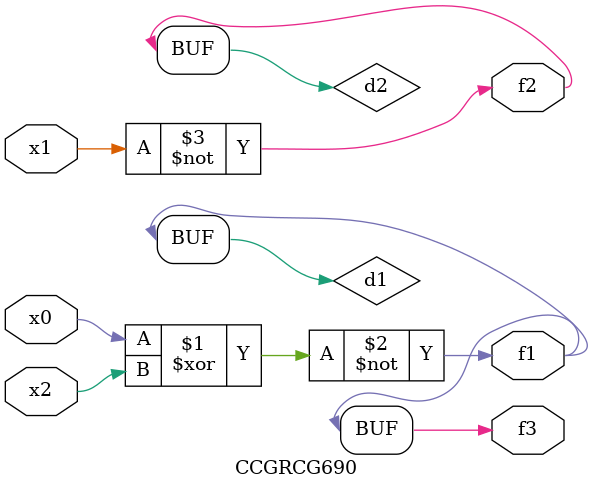
<source format=v>
module CCGRCG690(
	input x0, x1, x2,
	output f1, f2, f3
);

	wire d1, d2, d3;

	xnor (d1, x0, x2);
	nand (d2, x1);
	nor (d3, x1, x2);
	assign f1 = d1;
	assign f2 = d2;
	assign f3 = d1;
endmodule

</source>
